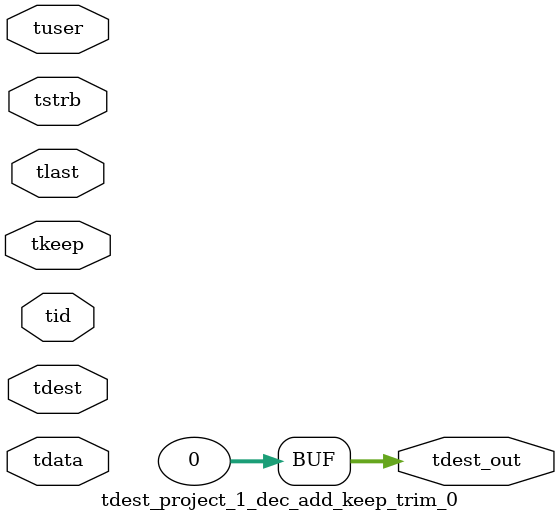
<source format=v>


`timescale 1ps/1ps

module tdest_project_1_dec_add_keep_trim_0 #
(
parameter C_S_AXIS_TDATA_WIDTH = 32,
parameter C_S_AXIS_TUSER_WIDTH = 0,
parameter C_S_AXIS_TID_WIDTH   = 0,
parameter C_S_AXIS_TDEST_WIDTH = 0,
parameter C_M_AXIS_TDEST_WIDTH = 32
)
(
input  [(C_S_AXIS_TDATA_WIDTH == 0 ? 1 : C_S_AXIS_TDATA_WIDTH)-1:0     ] tdata,
input  [(C_S_AXIS_TUSER_WIDTH == 0 ? 1 : C_S_AXIS_TUSER_WIDTH)-1:0     ] tuser,
input  [(C_S_AXIS_TID_WIDTH   == 0 ? 1 : C_S_AXIS_TID_WIDTH)-1:0       ] tid,
input  [(C_S_AXIS_TDEST_WIDTH == 0 ? 1 : C_S_AXIS_TDEST_WIDTH)-1:0     ] tdest,
input  [(C_S_AXIS_TDATA_WIDTH/8)-1:0 ] tkeep,
input  [(C_S_AXIS_TDATA_WIDTH/8)-1:0 ] tstrb,
input                                                                    tlast,
output [C_M_AXIS_TDEST_WIDTH-1:0] tdest_out
);

assign tdest_out = {1'b0};

endmodule


</source>
